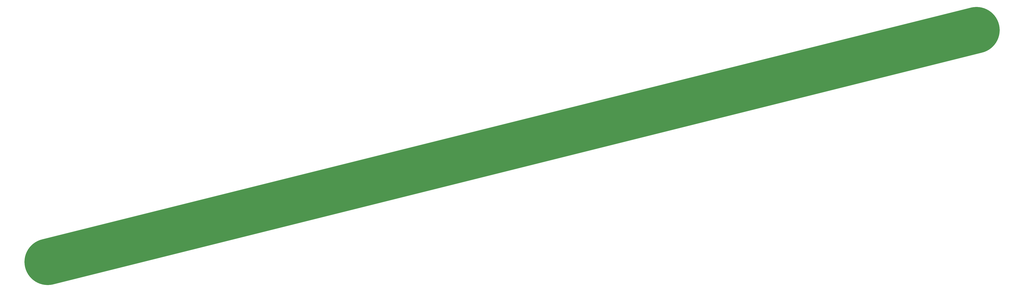
<source format=gbr>
%FSLAX26Y26*%
%MOIN*%
%AMRect*
21,1,$1,$2-$3-$3,-$4,-$5,0*%
%ADD146Rect,0.0807087X0.1023622X0.0118110X0.5000000X0.3000000*%
%ADD11C,1*%
G01*
%LPD*%
D11*
X-10000000Y-2500000D02*
X10000000Y2500000D01*
D14*
X0Y0D03*
M02*

</source>
